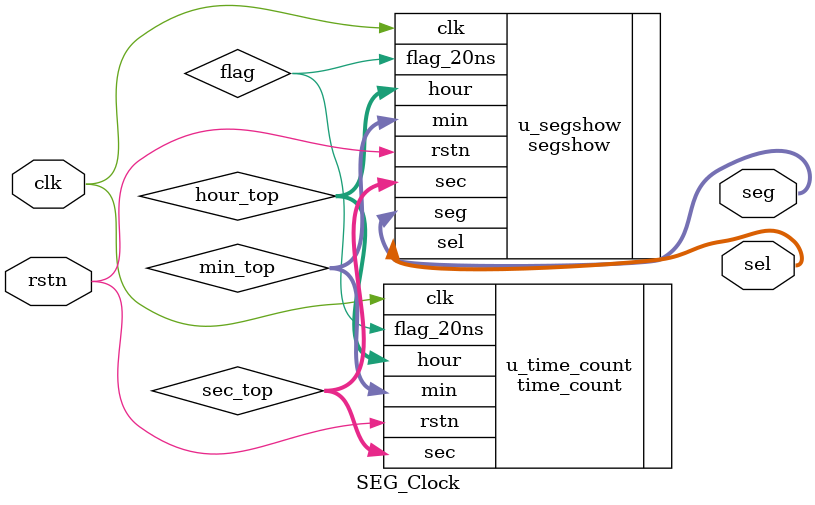
<source format=v>
module SEG_Clock (
    input   wire        clk     ,
    input   wire        rstn    ,

    output  wire [7:0]  sel     ,
    output  wire [7:0]  seg     
);

    parameter   MAX_1S      =       23'd500_0000,
                MAX_20NS    =       10'd999        ,
                MAX_DAY     =       17'd86400    ;

    wire            flag        ;
    wire    [4:0]   hour_top        ;   // 时
    wire    [5:0]   min_top        ;   // 分
    wire    [5:0]   sec_top        ;   // 秒

    time_count #(
        .MAX_1S     (MAX_1S)    ,
        .MAX_20NS   (MAX_20NS)  ,
        .MAX_DAY    (MAX_DAY)
    ) u_time_count(
        .clk         (clk)      ,
        .rstn        (rstn)     ,
        .hour        (hour_top) ,   // 时
        .min         (min_top)  ,   // 分
        .sec         (sec_top)  ,   // 秒
        .flag_20ns   (flag)
    );

    segshow u_segshow(
        .clk         (clk)      ,
        .rstn        (rstn)     ,
        .flag_20ns   (flag)     ,  
        .hour        (hour_top) ,   // 时
        .min         (min_top)  ,   // 分
        .sec         (sec_top)  ,   // 秒
        .sel         (sel)      ,
        .seg         (seg)
);

endmodule //SEG_Clock
</source>
